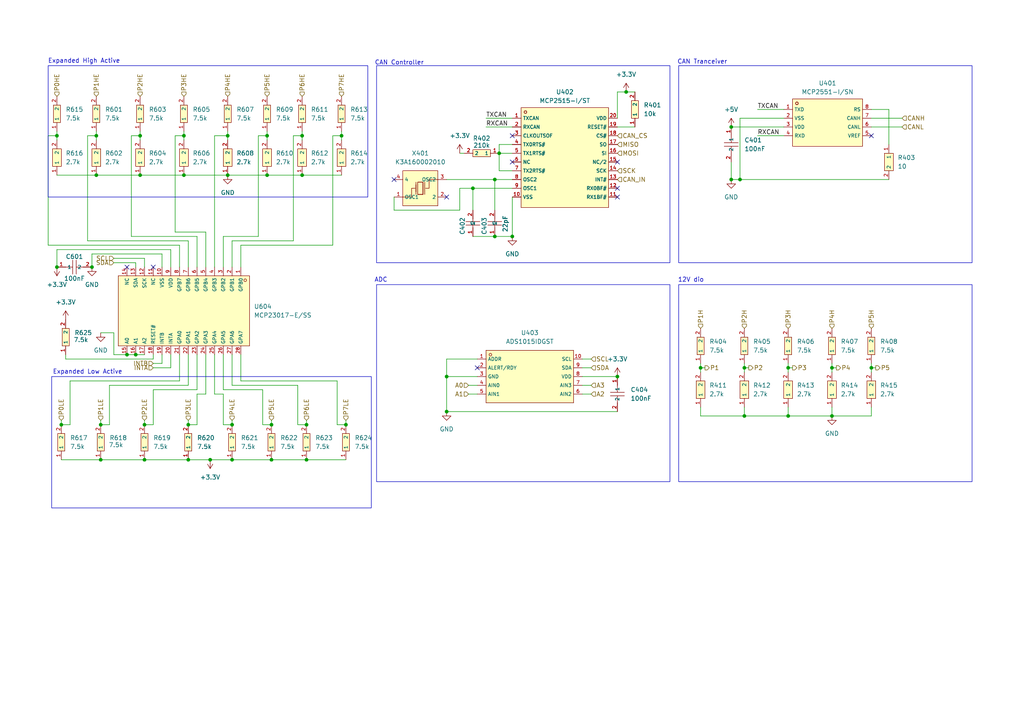
<source format=kicad_sch>
(kicad_sch (version 20250114) (generator "eeschema") (generator_version "9.0")
  (paper "A4")
  (lib_symbols
    (symbol "ADS1015IDGST:ADS1015IDGST"
      (property "Reference" "U" (at 0 1.27 0))
      (property "Value" "ADS1015IDGST" (at 0 -2.54 0))
      (symbol "ADS1015IDGST_0_1"
        (rectangle (start -12.7 7.62) (end 12.7 -7.62) (fill (type background)))
        (circle (center -11.43 6.35) (radius 0.381) (fill (type background)))
        (pin unspecified line (at -15.24 5.08 0) (length 2.54) (name "ADDR") (number "1"))
        (pin unspecified line (at -15.24 2.54 0) (length 2.54) (name "ALERT/RDY") (number "2"))
        (pin unspecified line (at -15.24 0 0) (length 2.54) (name "GND") (number "3"))
        (pin unspecified line (at -15.24 -2.54 0) (length 2.54) (name "AIN0") (number "4"))
        (pin unspecified line (at -15.24 -5.08 0) (length 2.54) (name "AIN1") (number "5"))
        (pin unspecified line (at 15.24 5.08 180) (length 2.54) (name "SCL") (number "10"))
        (pin unspecified line (at 15.24 2.54 180) (length 2.54) (name "SDA") (number "9"))
        (pin unspecified line (at 15.24 0 180) (length 2.54) (name "VDD") (number "8"))
        (pin unspecified line (at 15.24 -2.54 180) (length 2.54) (name "AIN3") (number "7"))
        (pin unspecified line (at 15.24 -5.08 180) (length 2.54) (name "AIN2") (number "6"))
      )
    )
    (symbol "AECR0603F7K50K9:AECR0603F7K50K9"
      (property "Reference" "R" (at 0 1.27 0))
      (property "Value" "AECR0603F7K50K9" (at 0 -2.54 0))
      (symbol "AECR0603F7K50K9_0_1"
        (rectangle (start -2.54 1.016) (end 2.54 -1.016) (fill (type background)))
        (pin unspecified line (at -5.08 0 0) (length 2.54) (name "1") (number "1"))
        (pin unspecified line (at 5.08 0 180) (length 2.54) (name "2") (number "2"))
      )
    )
    (symbol "ARG03FTC2103:ARG03FTC2103"
      (property "Reference" "R" (at 0 1.27 0))
      (property "Value" "ARG03FTC2103" (at 0 -2.54 0))
      (symbol "ARG03FTC2103_0_1"
        (rectangle (start -2.54 1.016) (end 2.54 -1.016) (fill (type background)))
        (pin unspecified line (at -5.08 0 0) (length 2.54) (name "1") (number "1"))
        (pin unspecified line (at 5.08 0 180) (length 2.54) (name "2") (number "2"))
      )
    )
    (symbol "CC0603JRNPO9BN220:CC0603JRNPO9BN220"
      (property "Reference" "C" (at 0 1.27 0))
      (property "Value" "CC0603JRNPO9BN220" (at 0 -2.54 0))
      (symbol "CC0603JRNPO9BN220_0_1"
        (polyline (pts (xy -1.27 0) (xy -0.508 0)))
        (polyline (pts (xy -0.508 2.032) (xy -0.508 -2.032)))
        (polyline (pts (xy 0.508 2.032) (xy 0.508 -2.032)))
        (polyline (pts (xy 0.508 0) (xy 1.27 0)))
        (pin input line (at -3.81 0 0) (length 2.54) (name "1") (number "1"))
        (pin input line (at 3.81 0 180) (length 2.54) (name "2") (number "2"))
      )
    )
    (symbol "CC0603KRX7R9BB104:CC0603KRX7R9BB104"
      (property "Reference" "C" (at 0 1.27 0))
      (property "Value" "CC0603KRX7R9BB104" (at 0 -2.54 0))
      (symbol "CC0603KRX7R9BB104_0_1"
        (polyline (pts (xy -0.508 0) (xy -2.54 0)))
        (polyline (pts (xy -0.508 -2.032) (xy -0.508 2.032)))
        (polyline (pts (xy 0.508 2.032) (xy 0.508 -2.032)))
        (polyline (pts (xy 2.54 0) (xy 0.508 0)))
        (pin unspecified line (at -5.08 0 0) (length 2.54) (name "1") (number "1"))
        (pin unspecified line (at 5.08 0 180) (length 2.54) (name "2") (number "2"))
      )
    )
    (symbol "ERJ3GEYJ100V:ERJ3GEYJ100V"
      (property "Reference" "R" (at 0 1.27 0))
      (property "Value" "ERJ3GEYJ100V" (at 0 -2.54 0))
      (symbol "ERJ3GEYJ100V_0_1"
        (rectangle (start -2.54 1.27) (end 2.54 -1.27) (fill (type background)))
        (pin unspecified line (at -5.08 0 0) (length 2.54) (name "1") (number "1"))
        (pin unspecified line (at 5.08 0 180) (length 2.54) (name "2") (number "2"))
      )
    )
    (symbol "K3A160002010:K3A160002010"
      (property "Reference" "X" (at 0 1.27 0))
      (property "Value" "K3A160002010" (at 0 -2.54 0))
      (symbol "K3A160002010_0_1"
        (rectangle (start -5.08 5.08) (end 5.08 -5.08) (fill (type background)))
        (polyline (pts (xy -5.08 -2.54) (xy -2.54 -2.54) (xy -2.54 0) (xy -1.524 0)))
        (polyline (pts (xy -1.27 -1.016) (xy -1.27 1.016)))
        (polyline (pts (xy -1.27 -1.778) (xy -1.27 1.778)))
        (polyline (pts (xy -0.762 -1.778) (xy -0.762 1.778) (xy 0.762 1.778) (xy 0.762 -1.778)))
        (polyline (pts (xy 0.762 1.778) (xy 0.762 -1.778) (xy -0.762 -1.778) (xy -0.762 1.778) (xy 0.762 1.778)))
        (polyline (pts (xy 0.762 -1.778) (xy -0.762 -1.778)))
        (polyline (pts (xy 1.27 -1.016) (xy 1.27 1.016)))
        (polyline (pts (xy 1.27 -1.778) (xy 1.27 1.778)))
        (polyline (pts (xy 5.08 2.54) (xy 2.54 2.54) (xy 2.54 0) (xy 1.524 0)))
        (pin unspecified line (at -7.62 2.54 0) (length 2.54) (name "4") (number "4"))
        (pin unspecified line (at -7.62 -2.54 0) (length 2.54) (name "OSC1") (number "1"))
        (pin unspecified line (at 7.62 2.54 180) (length 2.54) (name "OSC2") (number "3"))
        (pin unspecified line (at 7.62 -2.54 180) (length 2.54) (name "2") (number "2"))
      )
    )
    (symbol "MCP23017-E/SS:MCP23017-E/SS"
      (property "Reference" "U" (at 0 1.27 0))
      (property "Value" "MCP23017-E{slash}SS" (at 0 -2.54 0))
      (symbol "MCP23017-E/SS_0_1"
        (rectangle (start -10.16 19.05) (end 10.16 -19.05) (fill (type background)))
        (circle (center -8.89 17.78) (radius 0.381) (fill (type background)))
        (pin unspecified line (at -12.7 16.51 0) (length 2.54) (name "GPB0") (number "1"))
        (pin unspecified line (at -12.7 13.97 0) (length 2.54) (name "GPB1") (number "2"))
        (pin unspecified line (at -12.7 11.43 0) (length 2.54) (name "GPB2") (number "3"))
        (pin unspecified line (at -12.7 8.89 0) (length 2.54) (name "GPB3") (number "4"))
        (pin unspecified line (at -12.7 6.35 0) (length 2.54) (name "GPB4") (number "5"))
        (pin unspecified line (at -12.7 3.81 0) (length 2.54) (name "GPB5") (number "6"))
        (pin unspecified line (at -12.7 1.27 0) (length 2.54) (name "GPB6") (number "7"))
        (pin unspecified line (at -12.7 -1.27 0) (length 2.54) (name "GPB7") (number "8"))
        (pin unspecified line (at -12.7 -3.81 0) (length 2.54) (name "VDD") (number "9"))
        (pin unspecified line (at -12.7 -6.35 0) (length 2.54) (name "VSS") (number "10"))
        (pin unspecified line (at -12.7 -8.89 0) (length 2.54) (name "NC") (number "11"))
        (pin unspecified line (at -12.7 -11.43 0) (length 2.54) (name "SCK") (number "12"))
        (pin unspecified line (at -12.7 -13.97 0) (length 2.54) (name "SDA") (number "13"))
        (pin unspecified line (at -12.7 -16.51 0) (length 2.54) (name "NC") (number "14"))
        (pin unspecified line (at 12.7 16.51 180) (length 2.54) (name "GPA7") (number "28"))
        (pin unspecified line (at 12.7 13.97 180) (length 2.54) (name "GPA6") (number "27"))
        (pin unspecified line (at 12.7 11.43 180) (length 2.54) (name "GPA5") (number "26"))
        (pin unspecified line (at 12.7 8.89 180) (length 2.54) (name "GPA4") (number "25"))
        (pin unspecified line (at 12.7 6.35 180) (length 2.54) (name "GPA3") (number "24"))
        (pin unspecified line (at 12.7 3.81 180) (length 2.54) (name "GPA2") (number "23"))
        (pin unspecified line (at 12.7 1.27 180) (length 2.54) (name "GPA1") (number "22"))
        (pin unspecified line (at 12.7 -1.27 180) (length 2.54) (name "GPA0") (number "21"))
        (pin unspecified line (at 12.7 -3.81 180) (length 2.54) (name "INTA") (number "20"))
        (pin unspecified line (at 12.7 -6.35 180) (length 2.54) (name "INTB") (number "19"))
        (pin unspecified line (at 12.7 -8.89 180) (length 2.54) (name "RESET#") (number "18"))
        (pin unspecified line (at 12.7 -11.43 180) (length 2.54) (name "A2") (number "17"))
        (pin unspecified line (at 12.7 -13.97 180) (length 2.54) (name "A1") (number "16"))
        (pin unspecified line (at 12.7 -16.51 180) (length 2.54) (name "A0") (number "15"))
      )
    )
    (symbol "MCP2515-I/ST:MCP2515-I/ST"
      (property "Reference" "U" (at 0 1.27 0))
      (property "Value" "MCP2515-I{slash}ST" (at 0 -2.54 0))
      (symbol "MCP2515-I/ST_0_1"
        (rectangle (start -12.7 14.478) (end 12.7 -14.478) (fill (type background)))
        (circle (center -11.43 13.208) (radius 0.381) (fill (type background)))
        (circle (center -11.43 13.208) (radius 0.381) (fill (type background)))
        (pin unspecified line (at -15.24 11.43 0) (length 2.54) (name "TXCAN") (number "1"))
        (pin unspecified line (at -15.24 8.89 0) (length 2.54) (name "RXCAN") (number "2"))
        (pin unspecified line (at -15.24 6.35 0) (length 2.54) (name "CLKOUTSOF") (number "3"))
        (pin unspecified line (at -15.24 3.81 0) (length 2.54) (name "TX0RTS#") (number "4"))
        (pin unspecified line (at -15.24 1.27 0) (length 2.54) (name "TX1RTS#") (number "5"))
        (pin unspecified line (at -15.24 -1.27 0) (length 2.54) (name "NC") (number "6"))
        (pin unspecified line (at -15.24 -3.81 0) (length 2.54) (name "TX2RTS#") (number "7"))
        (pin unspecified line (at -15.24 -6.35 0) (length 2.54) (name "OSC2") (number "8"))
        (pin unspecified line (at -15.24 -8.89 0) (length 2.54) (name "OSC1") (number "9"))
        (pin unspecified line (at -15.24 -11.43 0) (length 2.54) (name "VSS") (number "10"))
        (pin unspecified line (at 15.24 11.43 180) (length 2.54) (name "VDD") (number "20"))
        (pin unspecified line (at 15.24 8.89 180) (length 2.54) (name "RESET#") (number "19"))
        (pin unspecified line (at 15.24 6.35 180) (length 2.54) (name "CS#") (number "18"))
        (pin unspecified line (at 15.24 3.81 180) (length 2.54) (name "SO") (number "17"))
        (pin unspecified line (at 15.24 1.27 180) (length 2.54) (name "SI") (number "16"))
        (pin unspecified line (at 15.24 -1.27 180) (length 2.54) (name "NC/2") (number "15"))
        (pin unspecified line (at 15.24 -3.81 180) (length 2.54) (name "SCK") (number "14"))
        (pin unspecified line (at 15.24 -6.35 180) (length 2.54) (name "INT#") (number "13"))
        (pin unspecified line (at 15.24 -8.89 180) (length 2.54) (name "RX0BF#") (number "12"))
        (pin unspecified line (at 15.24 -11.43 180) (length 2.54) (name "RX1BF#") (number "11"))
      )
    )
    (symbol "MCP2551-I/SN:MCP2551-I/SN"
      (property "Reference" "U" (at 0 1.27 0))
      (property "Value" "MCP2551-I{slash}SN" (at 0 -2.54 0))
      (symbol "MCP2551-I/SN_0_1"
        (rectangle (start -10.16 6.858) (end 10.16 -6.858) (fill (type background)))
        (circle (center -8.89 5.588) (radius 0.381) (fill (type background)))
        (circle (center -8.89 5.588) (radius 0.381) (fill (type background)))
        (pin unspecified line (at -12.7 3.81 0) (length 2.54) (name "TXD") (number "1"))
        (pin unspecified line (at -12.7 1.27 0) (length 2.54) (name "VSS") (number "2"))
        (pin unspecified line (at -12.7 -1.27 0) (length 2.54) (name "VDD") (number "3"))
        (pin unspecified line (at -12.7 -3.81 0) (length 2.54) (name "RXD") (number "4"))
        (pin unspecified line (at 12.7 3.81 180) (length 2.54) (name "RS") (number "8"))
        (pin unspecified line (at 12.7 1.27 180) (length 2.54) (name "CANH") (number "7"))
        (pin unspecified line (at 12.7 -1.27 180) (length 2.54) (name "CANL") (number "6"))
        (pin unspecified line (at 12.7 -3.81 180) (length 2.54) (name "VREF") (number "5"))
      )
    )
    (symbol "RC0603FR-0710KL:RC0603FR-0710KL"
      (property "Reference" "R" (at 0 1.27 0))
      (property "Value" "RC0603FR-0710KL" (at 0 -2.54 0))
      (symbol "RC0603FR-0710KL_0_1"
        (rectangle (start -2.54 1.016) (end 2.54 -1.016) (fill (type background)))
        (pin input line (at -5.08 0 0) (length 2.54) (name "1") (number "1"))
        (pin input line (at 5.08 0 180) (length 2.54) (name "2") (number "2"))
      )
    )
    (symbol "SCR0603J2K7:SCR0603J2K7"
      (property "Reference" "R" (at 0 1.27 0))
      (property "Value" "SCR0603J2K7" (at 0 -2.54 0))
      (symbol "SCR0603J2K7_0_1"
        (rectangle (start -2.54 1.27) (end 2.54 -1.27) (fill (type background)))
        (pin unspecified line (at -5.08 0 0) (length 2.54) (name "1") (number "1"))
        (pin unspecified line (at 5.08 0 180) (length 2.54) (name "2") (number "2"))
      )
    )
    (symbol "power:+3.3V" (power) (pin_numbers (hide yes)) (pin_names (offset 0) (hide yes))
      (property "Value" "+3.3V" (at 0 3.556 0))
      (symbol "+3.3V_0_1"
        (polyline (pts (xy -0.762 1.27) (xy 0 2.54)))
        (polyline (pts (xy 0 2.54) (xy 0.762 1.27)))
        (polyline (pts (xy 0 0) (xy 0 2.54)))
      )
      (symbol "+3.3V_1_1"
        (pin power_in line (at 0 0 90) (length 0) (name "~") (number "1"))
      )
    )
    (symbol "power:+5V" (power) (pin_numbers (hide yes)) (pin_names (offset 0) (hide yes))
      (property "Value" "+5V" (at 0 3.556 0))
      (symbol "+5V_0_1"
        (polyline (pts (xy -0.762 1.27) (xy 0 2.54)))
        (polyline (pts (xy 0 2.54) (xy 0.762 1.27)))
        (polyline (pts (xy 0 0) (xy 0 2.54)))
      )
      (symbol "+5V_1_1"
        (pin power_in line (at 0 0 90) (length 0) (name "~") (number "1"))
      )
    )
    (symbol "power:GND" (power) (pin_numbers (hide yes)) (pin_names (offset 0) (hide yes))
      (property "Value" "GND" (at 0 -3.81 0))
      (symbol "GND_0_1"
        (polyline (pts (xy 0 0) (xy 0 -1.27) (xy 1.27 -1.27) (xy 0 -2.54) (xy -1.27 -1.27) (xy 0 -1.27)))
      )
      (symbol "GND_1_1"
        (pin power_in line (at 0 0 270) (length 0) (name "~") (number "1"))
      )
    )
  )
  (rectangle (start 109.22 19.05) (end 194.31 76.2))
  (rectangle (start 196.85 82.55) (end 281.94 139.7))
  (rectangle (start 14.986 109.22) (end 107.696 147.32))
  (rectangle (start 13.97 19.05) (end 106.68 57.15))
  (rectangle (start 109.22 82.55) (end 194.31 139.7))
  (rectangle (start 196.85 19.05) (end 281.94 76.2))
  (text "ADC" (at 110.49 81.28 0) (effects (font (size 1.27 1.27))))
  (text "CAN Tranceiver\n" (at 203.708 18.034 0) (effects (font (size 1.27 1.27))))
  (text "Expanded High Active\n" (at 24.384 17.78 0) (effects (font (size 1.27 1.27))))
  (text "Expanded Low Active\n" (at 25.4 107.95 0) (effects (font (size 1.27 1.27))))
  (text "12V dio\n" (at 200.406 81.28 0) (effects (font (size 1.27 1.27))))
  (text "CAN Controller\n" (at 115.824 18.288 0) (effects (font (size 1.27 1.27))))
  (junction (at 53.34 39.37))
  (junction (at 41.91 133.35))
  (junction (at 54.61 133.35))
  (junction (at 67.31 123.19))
  (junction (at 228.6 120.65))
  (junction (at 40.64 50.8))
  (junction (at 212.09 52.07))
  (junction (at 212.09 36.83))
  (junction (at 144.78 44.45))
  (junction (at 179.07 109.22))
  (junction (at 215.9 120.65))
  (junction (at 67.31 133.35))
  (junction (at 53.34 50.8))
  (junction (at 29.21 123.19))
  (junction (at 241.3 106.68))
  (junction (at 27.94 39.37))
  (junction (at 66.04 50.8))
  (junction (at 78.74 133.35))
  (junction (at 78.74 123.19))
  (junction (at 88.9 123.19))
  (junction (at 143.51 68.58))
  (junction (at 203.2 106.68))
  (junction (at 66.04 39.37))
  (junction (at 100.33 123.19))
  (junction (at 36.83 102.87))
  (junction (at 60.96 133.35))
  (junction (at 214.63 52.07))
  (junction (at 99.06 39.37))
  (junction (at 77.47 39.37))
  (junction (at 26.67 77.47))
  (junction (at 29.21 133.35))
  (junction (at 181.61 26.67))
  (junction (at 88.9 133.35))
  (junction (at 252.73 106.68))
  (junction (at 41.91 123.19))
  (junction (at 87.63 50.8))
  (junction (at 241.3 120.65))
  (junction (at 143.51 52.07))
  (junction (at 148.59 68.58))
  (junction (at 16.51 39.37))
  (junction (at 27.94 50.8))
  (junction (at 77.47 50.8))
  (junction (at 39.37 102.87))
  (junction (at 228.6 106.68))
  (junction (at 87.63 39.37))
  (junction (at 40.64 39.37))
  (junction (at 129.54 109.22))
  (junction (at 137.16 54.61))
  (junction (at 16.51 77.47))
  (junction (at 17.78 123.19))
  (junction (at 54.61 123.19))
  (junction (at 129.54 119.38))
  (junction (at 215.9 106.68))
  (no_connect (at 36.83 77.47))
  (no_connect (at 138.43 106.68))
  (no_connect (at 148.59 39.37))
  (no_connect (at 148.59 46.99))
  (no_connect (at 252.73 39.37))
  (no_connect (at 129.54 57.15))
  (no_connect (at 179.07 57.15))
  (no_connect (at 114.3 52.07))
  (no_connect (at 44.45 77.47))
  (no_connect (at 179.07 54.61))
  (no_connect (at 179.07 46.99))
  (wire (pts (xy 57.15 68.58) (xy 38.1 68.58)))
  (wire (pts (xy 36.83 102.87) (xy 33.02 102.87)))
  (wire (pts (xy 49.53 102.87) (xy 49.53 106.68)))
  (wire (pts (xy 241.3 106.68) (xy 241.3 107.95)))
  (wire (pts (xy 67.31 102.87) (xy 67.31 111.76)))
  (wire (pts (xy 39.37 102.87) (xy 41.91 102.87)))
  (wire (pts (xy 66.04 50.8) (xy 77.47 50.8)))
  (wire (pts (xy 114.3 60.96) (xy 133.35 60.96)))
  (wire (pts (xy 241.3 120.65) (xy 228.6 120.65)))
  (wire (pts (xy 228.6 106.68) (xy 228.6 107.95)))
  (wire (pts (xy 53.34 50.8) (xy 66.04 50.8)))
  (wire (pts (xy 215.9 106.68) (xy 217.17 106.68)))
  (wire (pts (xy 49.53 77.47) (xy 49.53 72.39)))
  (wire (pts (xy 57.15 123.19) (xy 54.61 123.19)))
  (wire (pts (xy 64.77 113.03) (xy 76.2 113.03)))
  (wire (pts (xy 52.07 71.12) (xy 13.97 71.12)))
  (wire (pts (xy 46.99 77.47) (xy 46.99 73.66)))
  (wire (pts (xy 99.06 39.37) (xy 99.06 40.64)))
  (wire (pts (xy 62.23 77.47) (xy 62.23 39.37)))
  (wire (pts (xy 26.67 73.66) (xy 26.67 77.47)))
  (wire (pts (xy 168.91 106.68) (xy 171.45 106.68)))
  (wire (pts (xy 215.9 120.65) (xy 228.6 120.65)))
  (wire (pts (xy 137.16 54.61) (xy 137.16 60.96)))
  (wire (pts (xy 49.53 106.68) (xy 44.45 106.68)))
  (wire (pts (xy 144.78 41.91) (xy 144.78 44.45)))
  (wire (pts (xy 86.36 111.76) (xy 86.36 123.19)))
  (wire (pts (xy 54.61 111.76) (xy 31.75 111.76)))
  (wire (pts (xy 74.93 68.58) (xy 74.93 39.37)))
  (wire (pts (xy 241.3 120.65) (xy 252.73 120.65)))
  (wire (pts (xy 203.2 118.11) (xy 203.2 120.65)))
  (wire (pts (xy 64.77 68.58) (xy 74.93 68.58)))
  (wire (pts (xy 60.96 133.35) (xy 67.31 133.35)))
  (wire (pts (xy 44.45 105.41) (xy 46.99 105.41)))
  (wire (pts (xy 52.07 77.47) (xy 52.07 71.12)))
  (wire (pts (xy 85.09 69.85) (xy 85.09 39.37)))
  (wire (pts (xy 67.31 121.92) (xy 67.31 123.19)))
  (wire (pts (xy 133.35 54.61) (xy 137.16 54.61)))
  (wire (pts (xy 215.9 118.11) (xy 215.9 120.65)))
  (wire (pts (xy 88.9 133.35) (xy 100.33 133.35)))
  (wire (pts (xy 219.71 39.37) (xy 227.33 39.37)))
  (wire (pts (xy 88.9 121.92) (xy 88.9 123.19)))
  (wire (pts (xy 66.04 39.37) (xy 66.04 40.64)))
  (wire (pts (xy 203.2 120.65) (xy 215.9 120.65)))
  (wire (pts (xy 241.3 120.65) (xy 241.3 118.11)))
  (wire (pts (xy 78.74 133.35) (xy 88.9 133.35)))
  (wire (pts (xy 144.78 44.45) (xy 148.59 44.45)))
  (wire (pts (xy 129.54 119.38) (xy 129.54 109.22)))
  (wire (pts (xy 38.1 68.58) (xy 38.1 39.37)))
  (wire (pts (xy 76.2 123.19) (xy 78.74 123.19)))
  (wire (pts (xy 168.91 104.14) (xy 171.45 104.14)))
  (wire (pts (xy 148.59 49.53) (xy 144.78 49.53)))
  (wire (pts (xy 181.61 26.67) (xy 184.15 26.67)))
  (wire (pts (xy 129.54 104.14) (xy 129.54 109.22)))
  (wire (pts (xy 257.81 31.75) (xy 252.73 31.75)))
  (wire (pts (xy 29.21 121.92) (xy 29.21 123.19)))
  (wire (pts (xy 26.67 73.66) (xy 46.99 73.66)))
  (wire (pts (xy 228.6 106.68) (xy 228.6 105.41)))
  (wire (pts (xy 16.51 38.1) (xy 16.51 39.37)))
  (wire (pts (xy 215.9 105.41) (xy 215.9 106.68)))
  (wire (pts (xy 129.54 52.07) (xy 143.51 52.07)))
  (wire (pts (xy 229.87 106.68) (xy 228.6 106.68)))
  (wire (pts (xy 44.45 113.03) (xy 44.45 123.19)))
  (wire (pts (xy 252.73 106.68) (xy 254 106.68)))
  (wire (pts (xy 203.2 105.41) (xy 203.2 106.68)))
  (wire (pts (xy 212.09 52.07) (xy 212.09 46.99)))
  (wire (pts (xy 67.31 77.47) (xy 67.31 69.85)))
  (wire (pts (xy 13.97 39.37) (xy 16.51 39.37)))
  (wire (pts (xy 27.94 50.8) (xy 40.64 50.8)))
  (wire (pts (xy 57.15 113.03) (xy 44.45 113.03)))
  (wire (pts (xy 69.85 110.49) (xy 97.79 110.49)))
  (wire (pts (xy 20.32 123.19) (xy 17.78 123.19)))
  (wire (pts (xy 62.23 39.37) (xy 66.04 39.37)))
  (wire (pts (xy 228.6 118.11) (xy 228.6 120.65)))
  (wire (pts (xy 69.85 71.12) (xy 96.52 71.12)))
  (wire (pts (xy 179.07 36.83) (xy 184.15 36.83)))
  (wire (pts (xy 241.3 106.68) (xy 242.57 106.68)))
  (wire (pts (xy 41.91 74.93) (xy 41.91 77.47)))
  (wire (pts (xy 114.3 57.15) (xy 114.3 60.96)))
  (wire (pts (xy 212.09 36.83) (xy 227.33 36.83)))
  (wire (pts (xy 64.77 123.19) (xy 67.31 123.19)))
  (wire (pts (xy 138.43 104.14) (xy 129.54 104.14)))
  (wire (pts (xy 252.73 120.65) (xy 252.73 118.11)))
  (wire (pts (xy 140.97 34.29) (xy 148.59 34.29)))
  (wire (pts (xy 64.77 102.87) (xy 64.77 113.03)))
  (wire (pts (xy 137.16 54.61) (xy 148.59 54.61)))
  (wire (pts (xy 97.79 110.49) (xy 97.79 123.19)))
  (wire (pts (xy 54.61 133.35) (xy 60.96 133.35)))
  (wire (pts (xy 50.8 67.31) (xy 50.8 39.37)))
  (wire (pts (xy 99.06 38.1) (xy 99.06 39.37)))
  (wire (pts (xy 59.69 77.47) (xy 59.69 67.31)))
  (wire (pts (xy 143.51 68.58) (xy 148.59 68.58)))
  (wire (pts (xy 168.91 111.76) (xy 171.45 111.76)))
  (wire (pts (xy 27.94 39.37) (xy 27.94 40.64)))
  (wire (pts (xy 143.51 52.07) (xy 148.59 52.07)))
  (wire (pts (xy 54.61 121.92) (xy 54.61 123.19)))
  (wire (pts (xy 87.63 38.1) (xy 87.63 39.37)))
  (wire (pts (xy 214.63 34.29) (xy 214.63 52.07)))
  (wire (pts (xy 203.2 106.68) (xy 204.47 106.68)))
  (wire (pts (xy 148.59 41.91) (xy 144.78 41.91)))
  (wire (pts (xy 179.07 34.29) (xy 179.07 26.67)))
  (wire (pts (xy 67.31 133.35) (xy 78.74 133.35)))
  (wire (pts (xy 52.07 110.49) (xy 20.32 110.49)))
  (wire (pts (xy 41.91 133.35) (xy 54.61 133.35)))
  (wire (pts (xy 168.91 109.22) (xy 179.07 109.22)))
  (wire (pts (xy 40.64 38.1) (xy 40.64 39.37)))
  (wire (pts (xy 64.77 77.47) (xy 64.77 68.58)))
  (wire (pts (xy 144.78 49.53) (xy 144.78 44.45)))
  (wire (pts (xy 41.91 121.92) (xy 41.91 123.19)))
  (wire (pts (xy 252.73 36.83) (xy 261.62 36.83)))
  (wire (pts (xy 52.07 102.87) (xy 52.07 110.49)))
  (wire (pts (xy 96.52 39.37) (xy 99.06 39.37)))
  (wire (pts (xy 67.31 111.76) (xy 86.36 111.76)))
  (wire (pts (xy 16.51 39.37) (xy 16.51 40.64)))
  (wire (pts (xy 40.64 50.8) (xy 53.34 50.8)))
  (wire (pts (xy 57.15 77.47) (xy 57.15 68.58)))
  (wire (pts (xy 53.34 38.1) (xy 53.34 39.37)))
  (wire (pts (xy 40.64 39.37) (xy 40.64 40.64)))
  (wire (pts (xy 54.61 69.85) (xy 25.4 69.85)))
  (wire (pts (xy 140.97 36.83) (xy 148.59 36.83)))
  (wire (pts (xy 129.54 109.22) (xy 138.43 109.22)))
  (wire (pts (xy 257.81 41.91) (xy 257.81 31.75)))
  (wire (pts (xy 76.2 113.03) (xy 76.2 123.19)))
  (wire (pts (xy 252.73 106.68) (xy 252.73 107.95)))
  (wire (pts (xy 62.23 102.87) (xy 62.23 114.3)))
  (wire (pts (xy 59.69 114.3) (xy 57.15 114.3)))
  (wire (pts (xy 49.53 72.39) (xy 16.51 72.39)))
  (wire (pts (xy 31.75 111.76) (xy 31.75 123.19)))
  (wire (pts (xy 39.37 76.2) (xy 39.37 77.47)))
  (wire (pts (xy 203.2 106.68) (xy 203.2 107.95)))
  (wire (pts (xy 16.51 72.39) (xy 16.51 77.47)))
  (wire (pts (xy 133.35 44.45) (xy 134.62 44.45)))
  (wire (pts (xy 59.69 102.87) (xy 59.69 114.3)))
  (wire (pts (xy 96.52 71.12) (xy 96.52 39.37)))
  (wire (pts (xy 54.61 102.87) (xy 54.61 111.76)))
  (wire (pts (xy 227.33 34.29) (xy 214.63 34.29)))
  (wire (pts (xy 62.23 114.3) (xy 64.77 114.3)))
  (wire (pts (xy 179.07 119.38) (xy 129.54 119.38)))
  (wire (pts (xy 33.02 96.52) (xy 29.21 96.52)))
  (wire (pts (xy 17.78 121.92) (xy 17.78 123.19)))
  (wire (pts (xy 54.61 77.47) (xy 54.61 69.85)))
  (wire (pts (xy 78.74 121.92) (xy 78.74 123.19)))
  (wire (pts (xy 77.47 50.8) (xy 87.63 50.8)))
  (wire (pts (xy 13.97 71.12) (xy 13.97 39.37)))
  (wire (pts (xy 57.15 102.87) (xy 57.15 113.03)))
  (wire (pts (xy 53.34 39.37) (xy 53.34 40.64)))
  (wire (pts (xy 33.02 102.87) (xy 33.02 96.52)))
  (wire (pts (xy 44.45 123.19) (xy 41.91 123.19)))
  (wire (pts (xy 215.9 106.68) (xy 215.9 107.95)))
  (wire (pts (xy 143.51 52.07) (xy 143.51 60.96)))
  (wire (pts (xy 16.51 50.8) (xy 27.94 50.8)))
  (wire (pts (xy 27.94 38.1) (xy 27.94 39.37)))
  (wire (pts (xy 19.05 104.14) (xy 19.05 102.87)))
  (wire (pts (xy 64.77 114.3) (xy 64.77 123.19)))
  (wire (pts (xy 219.71 31.75) (xy 227.33 31.75)))
  (wire (pts (xy 69.85 77.47) (xy 69.85 71.12)))
  (wire (pts (xy 85.09 39.37) (xy 87.63 39.37)))
  (wire (pts (xy 86.36 123.19) (xy 88.9 123.19)))
  (wire (pts (xy 50.8 39.37) (xy 53.34 39.37)))
  (wire (pts (xy 77.47 39.37) (xy 77.47 40.64)))
  (wire (pts (xy 148.59 68.58) (xy 148.59 57.15)))
  (wire (pts (xy 97.79 123.19) (xy 100.33 123.19)))
  (wire (pts (xy 25.4 69.85) (xy 25.4 39.37)))
  (wire (pts (xy 29.21 133.35) (xy 41.91 133.35)))
  (wire (pts (xy 38.1 39.37) (xy 40.64 39.37)))
  (wire (pts (xy 66.04 38.1) (xy 66.04 39.37)))
  (wire (pts (xy 135.89 111.76) (xy 138.43 111.76)))
  (wire (pts (xy 46.99 105.41) (xy 46.99 102.87)))
  (wire (pts (xy 36.83 102.87) (xy 39.37 102.87)))
  (wire (pts (xy 44.45 102.87) (xy 44.45 104.14)))
  (wire (pts (xy 179.07 26.67) (xy 181.61 26.67)))
  (wire (pts (xy 135.89 114.3) (xy 138.43 114.3)))
  (wire (pts (xy 241.3 105.41) (xy 241.3 106.68)))
  (wire (pts (xy 214.63 52.07) (xy 212.09 52.07)))
  (wire (pts (xy 252.73 105.41) (xy 252.73 106.68)))
  (wire (pts (xy 74.93 39.37) (xy 77.47 39.37)))
  (wire (pts (xy 69.85 102.87) (xy 69.85 110.49)))
  (wire (pts (xy 100.33 121.92) (xy 100.33 123.19)))
  (wire (pts (xy 20.32 110.49) (xy 20.32 123.19)))
  (wire (pts (xy 57.15 114.3) (xy 57.15 123.19)))
  (wire (pts (xy 33.02 74.93) (xy 41.91 74.93)))
  (wire (pts (xy 168.91 114.3) (xy 171.45 114.3)))
  (wire (pts (xy 17.78 133.35) (xy 29.21 133.35)))
  (wire (pts (xy 44.45 104.14) (xy 19.05 104.14)))
  (wire (pts (xy 137.16 68.58) (xy 143.51 68.58)))
  (wire (pts (xy 77.47 38.1) (xy 77.47 39.37)))
  (wire (pts (xy 87.63 50.8) (xy 99.06 50.8)))
  (wire (pts (xy 87.63 39.37) (xy 87.63 40.64)))
  (wire (pts (xy 31.75 123.19) (xy 29.21 123.19)))
  (wire (pts (xy 67.31 69.85) (xy 85.09 69.85)))
  (wire (pts (xy 59.69 67.31) (xy 50.8 67.31)))
  (wire (pts (xy 257.81 52.07) (xy 214.63 52.07)))
  (wire (pts (xy 25.4 39.37) (xy 27.94 39.37)))
  (wire (pts (xy 133.35 60.96) (xy 133.35 54.61)))
  (wire (pts (xy 252.73 34.29) (xy 261.62 34.29)))
  (wire (pts (xy 33.02 76.2) (xy 39.37 76.2)))
  (label "RXCAN" (at 219.71 39.37 0))
  (label "TXCAN" (at 140.97 34.29 0))
  (label "RXCAN" (at 140.97 36.83 0))
  (label "TXCAN" (at 219.71 31.75 0))
  (hierarchical_label "SCL" (shape input) (at 33.02 74.93 180))
  (hierarchical_label "P6LE" (shape input) (at 88.9 121.92 90))
  (hierarchical_label "P2H" (shape input) (at 215.9 95.25 90))
  (hierarchical_label "SCL" (shape input) (at 171.45 104.14 0))
  (hierarchical_label "SDA" (shape input) (at 33.02 76.2 180))
  (hierarchical_label "P4LE" (shape input) (at 67.31 121.92 90))
  (hierarchical_label "P5HE" (shape input) (at 77.47 27.94 90))
  (hierarchical_label "P3LE" (shape input) (at 54.61 121.92 90))
  (hierarchical_label "P2HE" (shape input) (at 40.64 27.94 90))
  (hierarchical_label "P0LE" (shape input) (at 17.78 121.92 90))
  (hierarchical_label "INTB" (shape input) (at 44.45 105.41 180))
  (hierarchical_label "P7HE" (shape input) (at 99.06 27.94 90))
  (hierarchical_label "A1" (shape input) (at 135.89 114.3 180))
  (hierarchical_label "CANH" (shape input) (at 261.62 34.29 0))
  (hierarchical_label "P2" (shape output) (at 217.17 106.68 0))
  (hierarchical_label "CAN_IN" (shape input) (at 179.07 52.07 0))
  (hierarchical_label "P3H" (shape input) (at 228.6 95.25 90))
  (hierarchical_label "A2" (shape input) (at 171.45 114.3 0))
  (hierarchical_label "SCK" (shape input) (at 179.07 49.53 0))
  (hierarchical_label "CAN_CS" (shape input) (at 179.07 39.37 0))
  (hierarchical_label "CANL" (shape input) (at 261.62 36.83 0))
  (hierarchical_label "A0" (shape input) (at 135.89 111.76 180))
  (hierarchical_label "P1HE" (shape input) (at 27.94 27.94 90))
  (hierarchical_label "P2LE" (shape input) (at 41.91 121.92 90))
  (hierarchical_label "SDA" (shape input) (at 171.45 106.68 0))
  (hierarchical_label "P0HE" (shape input) (at 16.51 27.94 90))
  (hierarchical_label "P3" (shape output) (at 229.87 106.68 0))
  (hierarchical_label "P4H" (shape input) (at 241.3 95.25 90))
  (hierarchical_label "P1" (shape output) (at 204.47 106.68 0))
  (hierarchical_label "MOSI" (shape input) (at 179.07 44.45 0))
  (hierarchical_label "P6HE" (shape input) (at 87.63 27.94 90))
  (hierarchical_label "MISO" (shape input) (at 179.07 41.91 0))
  (hierarchical_label "P5H" (shape input) (at 252.73 95.25 90))
  (hierarchical_label "P4HE" (shape input) (at 66.04 27.94 90))
  (hierarchical_label "P3HE" (shape input) (at 53.34 27.94 90))
  (hierarchical_label "P5" (shape output) (at 254 106.68 0))
  (hierarchical_label "P1LE" (shape input) (at 29.21 121.92 90))
  (hierarchical_label "P5LE" (shape input) (at 78.74 121.92 90))
  (hierarchical_label "A3" (shape input) (at 171.45 111.76 0))
  (hierarchical_label "P1H" (shape input) (at 203.2 95.25 90))
  (hierarchical_label "P7LE" (shape input) (at 100.33 121.92 90))
  (hierarchical_label "INTA" (shape input) (at 44.45 106.68 180))
  (hierarchical_label "P4" (shape output) (at 242.57 106.68 0))
  (symbol (lib_id "SCR0603J2K7:SCR0603J2K7") (at 99.06 45.72 90) (unit 1)
    (property "Reference" "R614" (at 101.6 44.4499 90) (effects (justify right)))
    (property "Value" "2.7k" (at 101.6 46.9899 90) (effects (justify right)))
    (property "Footprint" "footprint:R0603" (effects (hide yes)))
    (property "Datasheet" "https://www.mouser.in/datasheet/2/447/PYu_RT_1_to_0_01_RoHS_L_11-1669912.pdf" (effects (hide yes)))
    (property "LCSC" "C3017728" (effects (hide yes)))
  )
  (symbol (lib_id "SCR0603J2K7:SCR0603J2K7") (at 16.51 45.72 90) (unit 1)
    (property "Reference" "R616" (at 19.05 44.4499 90) (effects (justify right)))
    (property "Value" "2.7k" (at 19.05 46.9899 90) (effects (justify right)))
    (property "Footprint" "footprint:R0603" (effects (hide yes)))
    (property "Datasheet" "https://www.mouser.in/datasheet/2/447/PYu_RT_1_to_0_01_RoHS_L_11-1669912.pdf" (effects (hide yes)))
    (property "LCSC" "C3017728" (effects (hide yes)))
  )
  (symbol (lib_id "power:GND") (at 212.09 52.07 0) (unit 1)
    (property "Reference" "#PWR0404" (effects (hide yes)))
    (property "Value" "GND" (at 212.09 57.15 0))
    (property "Description" "Power symbol creates a global label with name \"GND\" , ground" (effects (hide yes)))
  )
  (symbol (lib_id "AECR0603F7K50K9:AECR0603F7K50K9") (at 19.05 97.79 90) (unit 1)
    (property "Reference" "R625" (at 21.59 96.5199 90) (effects (justify right)))
    (property "Value" "7.5k" (at 21.336 98.552 90) (effects (justify right)))
    (property "Footprint" "footprint:R0603" (effects (hide yes)))
    (property "Datasheet" "https://www.mouser.in/datasheet/2/447/PYu_RT_1_to_0_01_RoHS_L_11-1669912.pdf" (effects (hide yes)))
    (property "LCSC" "C328377" (effects (hide yes)))
  )
  (symbol (lib_id "power:GND") (at 129.54 119.38 0) (unit 1)
    (property "Reference" "#PWR0407" (effects (hide yes)))
    (property "Value" "GND" (at 129.54 124.46 0))
    (property "Description" "Power symbol creates a global label with name \"GND\" , ground" (effects (hide yes)))
  )
  (symbol (lib_id "ADS1015IDGST:ADS1015IDGST") (at 153.67 109.22 0) (unit 1)
    (property "Reference" "U403" (at 153.67 96.52 0))
    (property "Value" "ADS1015IDGST" (at 153.67 99.06 0))
    (property "Footprint" "footprint:VSSOP-10_L3.0-W3.0-P0.50-LS4.9-BL" (effects (hide yes)))
    (property "Datasheet" "https://item.szlcsc.com/202966.html" (effects (hide yes)))
    (property "LCSC" "C701606" (effects (hide yes)))
  )
  (symbol (lib_id "AECR0603F7K50K9:AECR0603F7K50K9") (at 40.64 33.02 90) (unit 1)
    (property "Reference" "R603" (at 43.18 31.7499 90) (effects (justify right)))
    (property "Value" "7.5k" (at 43.18 34.2899 90) (effects (justify right)))
    (property "Footprint" "footprint:R0603" (effects (hide yes)))
    (property "Datasheet" "https://www.mouser.in/datasheet/2/447/PYu_RT_1_to_0_01_RoHS_L_11-1669912.pdf" (effects (hide yes)))
    (property "LCSC" "C328377" (effects (hide yes)))
  )
  (symbol (lib_id "MCP2515-I/ST:MCP2515-I/ST") (at 163.83 45.72 0) (unit 1)
    (property "Reference" "U402" (at 163.83 26.67 0))
    (property "Value" "MCP2515-I/ST" (at 163.83 29.21 0))
    (property "Footprint" "footprint:TSSOP-20_L6.5-W4.4-P0.65-LS6.4-BL" (effects (hide yes)))
    (property "Datasheet" "https://item.szlcsc.com/8600.html" (effects (hide yes)))
    (property "LCSC" "C15193" (effects (hide yes)))
  )
  (symbol (lib_id "AECR0603F7K50K9:AECR0603F7K50K9") (at 77.47 33.02 90) (unit 1)
    (property "Reference" "R609" (at 80.01 31.7499 90) (effects (justify right)))
    (property "Value" "7.5k" (at 80.01 34.2899 90) (effects (justify right)))
    (property "Footprint" "footprint:R0603" (effects (hide yes)))
    (property "Datasheet" "https://www.mouser.in/datasheet/2/447/PYu_RT_1_to_0_01_RoHS_L_11-1669912.pdf" (effects (hide yes)))
    (property "LCSC" "C328377" (effects (hide yes)))
  )
  (symbol (lib_id "AECR0603F7K50K9:AECR0603F7K50K9") (at 41.91 128.27 90) (unit 1)
    (property "Reference" "R619" (at 44.45 126.9999 90) (effects (justify right)))
    (property "Value" "7.5k" (at 44.45 129.5399 90) (effects (justify right)))
    (property "Footprint" "footprint:R0603" (effects (hide yes)))
    (property "Datasheet" "https://www.mouser.in/datasheet/2/447/PYu_RT_1_to_0_01_RoHS_L_11-1669912.pdf" (effects (hide yes)))
    (property "LCSC" "C328377" (effects (hide yes)))
  )
  (symbol (lib_id "RC0603FR-0710KL:RC0603FR-0710KL") (at 184.15 31.75 90) (unit 1)
    (property "Reference" "R401" (at 186.69 30.4799 90) (effects (justify right)))
    (property "Value" "10k" (at 186.69 33.0199 90) (effects (justify right)))
    (property "Footprint" "footprint:R0603" (effects (hide yes)))
    (property "Datasheet" "https://www.mouser.in/datasheet/2/447/PYu_RT_1_to_0_01_RoHS_L_11-1669912.pdf" (effects (hide yes)))
    (property "LCSC" "C98220" (effects (hide yes)))
  )
  (symbol (lib_id "power:GND") (at 241.3 120.65 0) (unit 1)
    (property "Reference" "#PWR0408" (effects (hide yes)))
    (property "Value" "GND" (at 241.3 125.73 0))
    (property "Description" "Power symbol creates a global label with name \"GND\" , ground" (effects (hide yes)))
  )
  (symbol (lib_id "AECR0603F7K50K9:AECR0603F7K50K9") (at 252.73 100.33 90) (unit 1)
    (property "Reference" "R408" (at 255.27 99.0599 90) (effects (justify right)))
    (property "Value" "7.5k" (at 255.27 101.5999 90) (effects (justify right)))
    (property "Footprint" "footprint:R0603" (effects (hide yes)))
    (property "Datasheet" "https://www.mouser.in/datasheet/2/447/PYu_RT_1_to_0_01_RoHS_L_11-1669912.pdf" (effects (hide yes)))
    (property "LCSC" "C328377" (effects (hide yes)))
  )
  (symbol (lib_id "AECR0603F7K50K9:AECR0603F7K50K9") (at 67.31 128.27 90) (unit 1)
    (property "Reference" "R621" (at 69.85 126.9999 90) (effects (justify right)))
    (property "Value" "7.5k" (at 69.85 129.5399 90) (effects (justify right)))
    (property "Footprint" "footprint:R0603" (effects (hide yes)))
    (property "Datasheet" "https://www.mouser.in/datasheet/2/447/PYu_RT_1_to_0_01_RoHS_L_11-1669912.pdf" (effects (hide yes)))
    (property "LCSC" "C328377" (effects (hide yes)))
  )
  (symbol (lib_id "CC0603KRX7R9BB104:CC0603KRX7R9BB104") (at 179.07 114.3 270) (unit 1)
    (property "Reference" "C404" (at 182.88 113.0299 90) (effects (justify left)))
    (property "Value" "100nF" (at 182.88 115.5699 90) (effects (justify left)))
    (property "Footprint" "footprint:C0603" (effects (hide yes)))
    (property "Datasheet" "https://item.szlcsc.com/362304.html" (effects (hide yes)))
    (property "LCSC" "C14663" (effects (hide yes)))
  )
  (symbol (lib_id "SCR0603J2K7:SCR0603J2K7") (at 40.64 45.72 90) (unit 1)
    (property "Reference" "R604" (at 43.18 44.4499 90) (effects (justify right)))
    (property "Value" "2.7k" (at 43.18 46.9899 90) (effects (justify right)))
    (property "Footprint" "footprint:R0603" (effects (hide yes)))
    (property "Datasheet" "https://www.mouser.in/datasheet/2/447/PYu_RT_1_to_0_01_RoHS_L_11-1669912.pdf" (effects (hide yes)))
    (property "LCSC" "C3017728" (effects (hide yes)))
  )
  (symbol (lib_id "power:GND") (at 148.59 68.58 0) (unit 1)
    (property "Reference" "#PWR0405" (effects (hide yes)))
    (property "Value" "GND" (at 148.59 73.66 0))
    (property "Description" "Power symbol creates a global label with name \"GND\" , ground" (effects (hide yes)))
  )
  (symbol (lib_id "power:+3.3V") (at 60.96 133.35 180) (unit 1)
    (property "Reference" "#PWR0610" (effects (hide yes)))
    (property "Value" "+3.3V" (at 60.96 138.43 0))
    (property "Description" "Power symbol creates a global label with name \"+3.3V\"" (effects (hide yes)))
  )
  (symbol (lib_id "SCR0603J2K7:SCR0603J2K7") (at 241.3 113.03 90) (unit 1)
    (property "Reference" "R414" (at 243.84 111.7599 90) (effects (justify right)))
    (property "Value" "2.7k" (at 243.84 114.2999 90) (effects (justify right)))
    (property "Footprint" "footprint:R0603" (effects (hide yes)))
    (property "Datasheet" "https://www.mouser.in/datasheet/2/447/PYu_RT_1_to_0_01_RoHS_L_11-1669912.pdf" (effects (hide yes)))
    (property "LCSC" "C3017728" (effects (hide yes)))
  )
  (symbol (lib_id "SCR0603J2K7:SCR0603J2K7") (at 87.63 45.72 90) (unit 1)
    (property "Reference" "R612" (at 90.17 44.4499 90) (effects (justify right)))
    (property "Value" "2.7k" (at 90.17 46.9899 90) (effects (justify right)))
    (property "Footprint" "footprint:R0603" (effects (hide yes)))
    (property "Datasheet" "https://www.mouser.in/datasheet/2/447/PYu_RT_1_to_0_01_RoHS_L_11-1669912.pdf" (effects (hide yes)))
    (property "LCSC" "C3017728" (effects (hide yes)))
  )
  (symbol (lib_id "AECR0603F7K50K9:AECR0603F7K50K9") (at 241.3 100.33 90) (unit 1)
    (property "Reference" "R407" (at 243.84 99.0599 90) (effects (justify right)))
    (property "Value" "7.5k" (at 243.84 101.5999 90) (effects (justify right)))
    (property "Footprint" "footprint:R0603" (effects (hide yes)))
    (property "Datasheet" "https://www.mouser.in/datasheet/2/447/PYu_RT_1_to_0_01_RoHS_L_11-1669912.pdf" (effects (hide yes)))
    (property "LCSC" "C328377" (effects (hide yes)))
  )
  (symbol (lib_id "CC0603KRX7R9BB104:CC0603KRX7R9BB104") (at 21.59 77.47 0) (unit 1)
    (property "Reference" "C601" (at 21.59 74.422 0))
    (property "Value" "100nF" (at 21.59 80.772 0))
    (property "Footprint" "footprint:C0603" (effects (hide yes)))
    (property "Datasheet" "https://item.szlcsc.com/362304.html" (effects (hide yes)))
    (property "LCSC" "C14663" (effects (hide yes)))
  )
  (symbol (lib_id "AECR0603F7K50K9:AECR0603F7K50K9") (at 27.94 33.02 90) (unit 1)
    (property "Reference" "R601" (at 30.48 31.7499 90) (effects (justify right)))
    (property "Value" "7.5k" (at 30.48 34.2899 90) (effects (justify right)))
    (property "Footprint" "footprint:R0603" (effects (hide yes)))
    (property "Datasheet" "https://www.mouser.in/datasheet/2/447/PYu_RT_1_to_0_01_RoHS_L_11-1669912.pdf" (effects (hide yes)))
    (property "LCSC" "C328377" (effects (hide yes)))
  )
  (symbol (lib_id "SCR0603J2K7:SCR0603J2K7") (at 228.6 113.03 90) (unit 1)
    (property "Reference" "R413" (at 231.14 111.7599 90) (effects (justify right)))
    (property "Value" "2.7k" (at 231.14 114.2999 90) (effects (justify right)))
    (property "Footprint" "footprint:R0603" (effects (hide yes)))
    (property "Datasheet" "https://www.mouser.in/datasheet/2/447/PYu_RT_1_to_0_01_RoHS_L_11-1669912.pdf" (effects (hide yes)))
    (property "LCSC" "C3017728" (effects (hide yes)))
  )
  (symbol (lib_id "power:GND") (at 66.04 50.8 0) (unit 1)
    (property "Reference" "#PWR0609" (effects (hide yes)))
    (property "Value" "GND" (at 66.04 55.88 0))
    (property "Description" "Power symbol creates a global label with name \"GND\" , ground" (effects (hide yes)))
  )
  (symbol (lib_id "K3A160002010:K3A160002010") (at 121.92 54.61 0) (unit 1)
    (property "Reference" "X401" (at 121.92 44.45 0))
    (property "Value" "K3A160002010" (at 121.92 46.99 0))
    (property "Footprint" "footprint:CRYSTAL-SMD_4P-L3.2-W2.5-BL" (effects (hide yes)))
    (property "Datasheet" "https://item.szlcsc.com/15866.html" (effects (hide yes)))
    (property "LCSC" "C368736" (effects (hide yes)))
  )
  (symbol (lib_id "power:+5V") (at 212.09 36.83 0) (unit 1)
    (property "Reference" "#PWR0402" (effects (hide yes)))
    (property "Value" "+5V" (at 212.09 31.75 0))
    (property "Description" "Power symbol creates a global label with name \"+5V\"" (effects (hide yes)))
  )
  (symbol (lib_id "CC0603JRNPO9BN220:CC0603JRNPO9BN220") (at 143.51 64.77 90) (unit 1)
    (property "Reference" "C403" (at 140.462 62.992 0) (effects (justify right)))
    (property "Value" "22pF" (at 146.5579 62.484 0) (effects (justify right)))
    (property "Footprint" "footprint:C0603" (effects (hide yes)))
    (property "Datasheet" "https://item.szlcsc.com/362304.html" (effects (hide yes)))
    (property "LCSC" "C105620" (effects (hide yes)))
  )
  (symbol (lib_id "AECR0603F7K50K9:AECR0603F7K50K9") (at 215.9 100.33 90) (unit 1)
    (property "Reference" "R405" (at 218.44 99.0599 90) (effects (justify right)))
    (property "Value" "7.5k" (at 218.44 101.5999 90) (effects (justify right)))
    (property "Footprint" "footprint:R0603" (effects (hide yes)))
    (property "Datasheet" "https://www.mouser.in/datasheet/2/447/PYu_RT_1_to_0_01_RoHS_L_11-1669912.pdf" (effects (hide yes)))
    (property "LCSC" "C328377" (effects (hide yes)))
  )
  (symbol (lib_id "AECR0603F7K50K9:AECR0603F7K50K9") (at 16.51 33.02 90) (unit 1)
    (property "Reference" "R615" (at 19.05 31.7499 90) (effects (justify right)))
    (property "Value" "7.5k" (at 19.05 34.2899 90) (effects (justify right)))
    (property "Footprint" "footprint:R0603" (effects (hide yes)))
    (property "Datasheet" "https://www.mouser.in/datasheet/2/447/PYu_RT_1_to_0_01_RoHS_L_11-1669912.pdf" (effects (hide yes)))
    (property "LCSC" "C328377" (effects (hide yes)))
  )
  (symbol (lib_id "ARG03FTC2103:ARG03FTC2103") (at 139.7 44.45 180) (unit 1)
    (property "Reference" "R402" (at 139.7 40.132 0))
    (property "Value" "210k" (at 139.7 42.164 0))
    (property "Footprint" "footprint:R0603" (effects (hide yes)))
    (property "Datasheet" "https://www.mouser.in/datasheet/2/447/PYu_RT_1_to_0_01_RoHS_L_11-1669912.pdf" (effects (hide yes)))
    (property "LCSC" "C217875" (effects (hide yes)))
  )
  (symbol (lib_id "AECR0603F7K50K9:AECR0603F7K50K9") (at 87.63 33.02 90) (unit 1)
    (property "Reference" "R611" (at 90.17 31.7499 90) (effects (justify right)))
    (property "Value" "7.5k" (at 90.17 34.2899 90) (effects (justify right)))
    (property "Footprint" "footprint:R0603" (effects (hide yes)))
    (property "Datasheet" "https://www.mouser.in/datasheet/2/447/PYu_RT_1_to_0_01_RoHS_L_11-1669912.pdf" (effects (hide yes)))
    (property "LCSC" "C328377" (effects (hide yes)))
  )
  (symbol (lib_id "CC0603KRX7R9BB104:CC0603KRX7R9BB104") (at 212.09 41.91 270) (unit 1)
    (property "Reference" "C401" (at 215.9 40.6399 90) (effects (justify left)))
    (property "Value" "100nF" (at 215.9 43.1799 90) (effects (justify left)))
    (property "Footprint" "footprint:C0603" (effects (hide yes)))
    (property "Datasheet" "https://item.szlcsc.com/362304.html" (effects (hide yes)))
    (property "LCSC" "C14663" (effects (hide yes)))
  )
  (symbol (lib_id "AECR0603F7K50K9:AECR0603F7K50K9") (at 54.61 128.27 90) (unit 1)
    (property "Reference" "R620" (at 57.15 126.9999 90) (effects (justify right)))
    (property "Value" "7.5k" (at 57.15 129.5399 90) (effects (justify right)))
    (property "Footprint" "footprint:R0603" (effects (hide yes)))
    (property "Datasheet" "https://www.mouser.in/datasheet/2/447/PYu_RT_1_to_0_01_RoHS_L_11-1669912.pdf" (effects (hide yes)))
    (property "LCSC" "C328377" (effects (hide yes)))
  )
  (symbol (lib_id "AECR0603F7K50K9:AECR0603F7K50K9") (at 228.6 100.33 90) (unit 1)
    (property "Reference" "R406" (at 231.14 99.0599 90) (effects (justify right)))
    (property "Value" "7.5k" (at 231.14 101.5999 90) (effects (justify right)))
    (property "Footprint" "footprint:R0603" (effects (hide yes)))
    (property "Datasheet" "https://www.mouser.in/datasheet/2/447/PYu_RT_1_to_0_01_RoHS_L_11-1669912.pdf" (effects (hide yes)))
    (property "LCSC" "C328377" (effects (hide yes)))
  )
  (symbol (lib_id "AECR0603F7K50K9:AECR0603F7K50K9") (at 53.34 33.02 90) (unit 1)
    (property "Reference" "R605" (at 55.88 31.7499 90) (effects (justify right)))
    (property "Value" "7.5k" (at 55.88 34.2899 90) (effects (justify right)))
    (property "Footprint" "footprint:R0603" (effects (hide yes)))
    (property "Datasheet" "https://www.mouser.in/datasheet/2/447/PYu_RT_1_to_0_01_RoHS_L_11-1669912.pdf" (effects (hide yes)))
    (property "LCSC" "C328377" (effects (hide yes)))
  )
  (symbol (lib_id "SCR0603J2K7:SCR0603J2K7") (at 203.2 113.03 90) (unit 1)
    (property "Reference" "R411" (at 205.74 111.7599 90) (effects (justify right)))
    (property "Value" "2.7k" (at 205.74 114.2999 90) (effects (justify right)))
    (property "Footprint" "footprint:R0603" (effects (hide yes)))
    (property "Datasheet" "https://www.mouser.in/datasheet/2/447/PYu_RT_1_to_0_01_RoHS_L_11-1669912.pdf" (effects (hide yes)))
    (property "LCSC" "C3017728" (effects (hide yes)))
  )
  (symbol (lib_id "SCR0603J2K7:SCR0603J2K7") (at 77.47 45.72 90) (unit 1)
    (property "Reference" "R610" (at 80.01 44.4499 90) (effects (justify right)))
    (property "Value" "2.7k" (at 80.01 46.9899 90) (effects (justify right)))
    (property "Footprint" "footprint:R0603" (effects (hide yes)))
    (property "Datasheet" "https://www.mouser.in/datasheet/2/447/PYu_RT_1_to_0_01_RoHS_L_11-1669912.pdf" (effects (hide yes)))
    (property "LCSC" "C3017728" (effects (hide yes)))
  )
  (symbol (lib_id "power:+3.3V") (at 133.35 44.45 0) (unit 1)
    (property "Reference" "#PWR0403" (effects (hide yes)))
    (property "Value" "+3.3V" (at 133.35 39.37 0))
    (property "Description" "Power symbol creates a global label with name \"+3.3V\"" (effects (hide yes)))
  )
  (symbol (lib_id "AECR0603F7K50K9:AECR0603F7K50K9") (at 100.33 128.27 90) (unit 1)
    (property "Reference" "R624" (at 102.87 126.9999 90) (effects (justify right)))
    (property "Value" "7.5k" (at 102.87 129.5399 90) (effects (justify right)))
    (property "Footprint" "footprint:R0603" (effects (hide yes)))
    (property "Datasheet" "https://www.mouser.in/datasheet/2/447/PYu_RT_1_to_0_01_RoHS_L_11-1669912.pdf" (effects (hide yes)))
    (property "LCSC" "C328377" (effects (hide yes)))
  )
  (symbol (lib_id "ERJ3GEYJ100V:ERJ3GEYJ100V") (at 257.81 46.99 270) (unit 1)
    (property "Reference" "R403" (at 260.35 45.7199 90) (effects (justify left)))
    (property "Value" "10" (at 260.35 48.2599 90) (effects (justify left)))
    (property "Footprint" "footprint:R0603" (effects (hide yes)))
    (property "Datasheet" "https://www.mouser.in/datasheet/2/447/PYu_RT_1_to_0_01_RoHS_L_11-1669912.pdf" (effects (hide yes)))
    (property "LCSC" "C403411" (effects (hide yes)))
  )
  (symbol (lib_id "MCP23017-E/SS:MCP23017-E/SS") (at 53.34 90.17 270) (unit 1)
    (property "Reference" "U604" (at 73.66 88.8999 90) (effects (justify left)))
    (property "Value" "MCP23017-E/SS" (at 73.66 91.4399 90) (effects (justify left)))
    (property "Footprint" "footprint:SSOP-28_L10.2-W5.3-P0.65-LS7.8-BL" (effects (hide yes)))
    (property "Datasheet" "https://item.szlcsc.com/397275.html" (effects (hide yes)))
    (property "LCSC" "C506653" (effects (hide yes)))
  )
  (symbol (lib_id "AECR0603F7K50K9:AECR0603F7K50K9") (at 66.04 33.02 90) (unit 1)
    (property "Reference" "R607" (at 68.58 31.7499 90) (effects (justify right)))
    (property "Value" "7.5k" (at 68.58 34.2899 90) (effects (justify right)))
    (property "Footprint" "footprint:R0603" (effects (hide yes)))
    (property "Datasheet" "https://www.mouser.in/datasheet/2/447/PYu_RT_1_to_0_01_RoHS_L_11-1669912.pdf" (effects (hide yes)))
    (property "LCSC" "C328377" (effects (hide yes)))
  )
  (symbol (lib_id "SCR0603J2K7:SCR0603J2K7") (at 53.34 45.72 90) (unit 1)
    (property "Reference" "R606" (at 55.88 44.4499 90) (effects (justify right)))
    (property "Value" "2.7k" (at 55.88 46.9899 90) (effects (justify right)))
    (property "Footprint" "footprint:R0603" (effects (hide yes)))
    (property "Datasheet" "https://www.mouser.in/datasheet/2/447/PYu_RT_1_to_0_01_RoHS_L_11-1669912.pdf" (effects (hide yes)))
    (property "LCSC" "C3017728" (effects (hide yes)))
  )
  (symbol (lib_id "CC0603JRNPO9BN220:CC0603JRNPO9BN220") (at 137.16 64.77 90) (unit 1)
    (property "Reference" "C402" (at 134.112 62.992 0) (effects (justify right)))
    (property "Value" "22pF" (at 146.558 62.484 0) (effects (justify right)))
    (property "Footprint" "footprint:C0603" (effects (hide yes)))
    (property "Datasheet" "https://item.szlcsc.com/362304.html" (effects (hide yes)))
    (property "LCSC" "C105620" (effects (hide yes)))
  )
  (symbol (lib_id "power:GND") (at 26.67 77.47 0) (unit 1)
    (property "Reference" "#PWR0611" (effects (hide yes)))
    (property "Value" "GND" (at 26.67 82.55 0))
    (property "Description" "Power symbol creates a global label with name \"GND\" , ground" (effects (hide yes)))
  )
  (symbol (lib_id "AECR0603F7K50K9:AECR0603F7K50K9") (at 17.78 128.27 90) (unit 1)
    (property "Reference" "R617" (at 20.32 126.9999 90) (effects (justify right)))
    (property "Value" "7.5k" (at 20.32 129.5399 90) (effects (justify right)))
    (property "Footprint" "footprint:R0603" (effects (hide yes)))
    (property "Datasheet" "https://www.mouser.in/datasheet/2/447/PYu_RT_1_to_0_01_RoHS_L_11-1669912.pdf" (effects (hide yes)))
    (property "LCSC" "C328377" (effects (hide yes)))
  )
  (symbol (lib_id "AECR0603F7K50K9:AECR0603F7K50K9") (at 78.74 128.27 90) (unit 1)
    (property "Reference" "R622" (at 81.28 126.9999 90) (effects (justify right)))
    (property "Value" "7.5k" (at 81.28 129.5399 90) (effects (justify right)))
    (property "Footprint" "footprint:R0603" (effects (hide yes)))
    (property "Datasheet" "https://www.mouser.in/datasheet/2/447/PYu_RT_1_to_0_01_RoHS_L_11-1669912.pdf" (effects (hide yes)))
    (property "LCSC" "C328377" (effects (hide yes)))
  )
  (symbol (lib_id "SCR0603J2K7:SCR0603J2K7") (at 215.9 113.03 90) (unit 1)
    (property "Reference" "R412" (at 218.44 111.7599 90) (effects (justify right)))
    (property "Value" "2.7k" (at 218.44 114.2999 90) (effects (justify right)))
    (property "Footprint" "footprint:R0603" (effects (hide yes)))
    (property "Datasheet" "https://www.mouser.in/datasheet/2/447/PYu_RT_1_to_0_01_RoHS_L_11-1669912.pdf" (effects (hide yes)))
    (property "LCSC" "C3017728" (effects (hide yes)))
  )
  (symbol (lib_id "power:+3.3V") (at 16.51 77.47 180) (unit 1)
    (property "Reference" "#PWR0612" (effects (hide yes)))
    (property "Value" "+3.3V" (at 16.51 82.55 0))
    (property "Description" "Power symbol creates a global label with name \"+3.3V\"" (effects (hide yes)))
  )
  (symbol (lib_id "power:GND") (at 29.21 96.52 0) (unit 1)
    (property "Reference" "#PWR0613" (effects (hide yes)))
    (property "Value" "GND" (at 29.21 101.6 0))
    (property "Description" "Power symbol creates a global label with name \"GND\" , ground" (effects (hide yes)))
  )
  (symbol (lib_id "power:+3.3V") (at 181.61 26.67 0) (unit 1)
    (property "Reference" "#PWR0401" (effects (hide yes)))
    (property "Value" "+3.3V" (at 181.61 21.59 0))
    (property "Description" "Power symbol creates a global label with name \"+3.3V\"" (effects (hide yes)))
  )
  (symbol (lib_id "power:+3.3V") (at 179.07 109.22 0) (unit 1)
    (property "Reference" "#PWR0406" (effects (hide yes)))
    (property "Value" "+3.3V" (at 179.07 104.14 0))
    (property "Description" "Power symbol creates a global label with name \"+3.3V\"" (effects (hide yes)))
  )
  (symbol (lib_id "AECR0603F7K50K9:AECR0603F7K50K9") (at 203.2 100.33 90) (unit 1)
    (property "Reference" "R404" (at 205.74 99.0599 90) (effects (justify right)))
    (property "Value" "7.5k" (at 205.74 101.5999 90) (effects (justify right)))
    (property "Footprint" "footprint:R0603" (effects (hide yes)))
    (property "Datasheet" "https://www.mouser.in/datasheet/2/447/PYu_RT_1_to_0_01_RoHS_L_11-1669912.pdf" (effects (hide yes)))
    (property "LCSC" "C328377" (effects (hide yes)))
  )
  (symbol (lib_id "SCR0603J2K7:SCR0603J2K7") (at 252.73 113.03 90) (unit 1)
    (property "Reference" "R415" (at 255.27 111.7599 90) (effects (justify right)))
    (property "Value" "2.7k" (at 255.27 114.2999 90) (effects (justify right)))
    (property "Footprint" "footprint:R0603" (effects (hide yes)))
    (property "Datasheet" "https://www.mouser.in/datasheet/2/447/PYu_RT_1_to_0_01_RoHS_L_11-1669912.pdf" (effects (hide yes)))
    (property "LCSC" "C3017728" (effects (hide yes)))
  )
  (symbol (lib_id "AECR0603F7K50K9:AECR0603F7K50K9") (at 29.21 128.27 90) (unit 1)
    (property "Reference" "R618" (at 31.75 126.9999 90) (effects (justify right)))
    (property "Value" "7.5k" (at 31.496 129.032 90) (effects (justify right)))
    (property "Footprint" "footprint:R0603" (effects (hide yes)))
    (property "Datasheet" "https://www.mouser.in/datasheet/2/447/PYu_RT_1_to_0_01_RoHS_L_11-1669912.pdf" (effects (hide yes)))
    (property "LCSC" "C328377" (effects (hide yes)))
  )
  (symbol (lib_id "MCP2551-I/SN:MCP2551-I/SN") (at 240.03 35.56 0) (unit 1)
    (property "Reference" "U401" (at 240.03 24.13 0))
    (property "Value" "MCP2551-I/SN" (at 240.03 26.67 0))
    (property "Footprint" "footprint:SOIC-8_L4.9-W3.9-P1.27-LS6.0-BL" (effects (hide yes)))
    (property "Datasheet" "https://so.szlcsc.com/global.html?c=&k=C9843" (effects (hide yes)))
    (property "LCSC" "C7376" (effects (hide yes)))
  )
  (symbol (lib_id "SCR0603J2K7:SCR0603J2K7") (at 66.04 45.72 90) (unit 1)
    (property "Reference" "R608" (at 68.58 44.4499 90) (effects (justify right)))
    (property "Value" "2.7k" (at 68.58 46.9899 90) (effects (justify right)))
    (property "Footprint" "footprint:R0603" (effects (hide yes)))
    (property "Datasheet" "https://www.mouser.in/datasheet/2/447/PYu_RT_1_to_0_01_RoHS_L_11-1669912.pdf" (effects (hide yes)))
    (property "LCSC" "C3017728" (effects (hide yes)))
  )
  (symbol (lib_id "AECR0603F7K50K9:AECR0603F7K50K9") (at 99.06 33.02 90) (unit 1)
    (property "Reference" "R613" (at 101.6 31.7499 90) (effects (justify right)))
    (property "Value" "7.5k" (at 101.6 34.2899 90) (effects (justify right)))
    (property "Footprint" "footprint:R0603" (effects (hide yes)))
    (property "Datasheet" "https://www.mouser.in/datasheet/2/447/PYu_RT_1_to_0_01_RoHS_L_11-1669912.pdf" (effects (hide yes)))
    (property "LCSC" "C328377" (effects (hide yes)))
  )
  (symbol (lib_id "AECR0603F7K50K9:AECR0603F7K50K9") (at 88.9 128.27 90) (unit 1)
    (property "Reference" "R623" (at 91.44 126.9999 90) (effects (justify right)))
    (property "Value" "7.5k" (at 91.44 129.5399 90) (effects (justify right)))
    (property "Footprint" "footprint:R0603" (effects (hide yes)))
    (property "Datasheet" "https://www.mouser.in/datasheet/2/447/PYu_RT_1_to_0_01_RoHS_L_11-1669912.pdf" (effects (hide yes)))
    (property "LCSC" "C328377" (effects (hide yes)))
  )
  (symbol (lib_id "power:+3.3V") (at 19.05 92.71 0) (unit 1)
    (property "Reference" "#PWR0614" (effects (hide yes)))
    (property "Value" "+3.3V" (at 19.05 87.63 0))
    (property "Description" "Power symbol creates a global label with name \"+3.3V\"" (effects (hide yes)))
  )
  (symbol (lib_id "SCR0603J2K7:SCR0603J2K7") (at 27.94 45.72 90) (unit 1)
    (property "Reference" "R602" (at 30.48 44.4499 90) (effects (justify right)))
    (property "Value" "2.7k" (at 30.48 46.9899 90) (effects (justify right)))
    (property "Footprint" "footprint:R0603" (effects (hide yes)))
    (property "Datasheet" "https://www.mouser.in/datasheet/2/447/PYu_RT_1_to_0_01_RoHS_L_11-1669912.pdf" (effects (hide yes)))
    (property "LCSC" "C3017728" (effects (hide yes)))
  )
)
</source>
